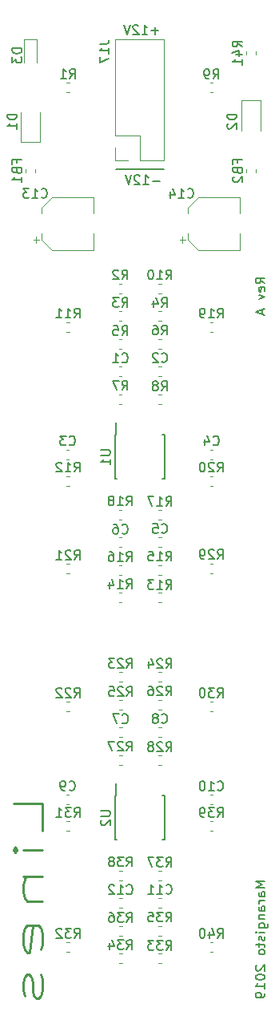
<source format=gbr>
G04 #@! TF.GenerationSoftware,KiCad,Pcbnew,5.1.4-e60b266~84~ubuntu18.04.1*
G04 #@! TF.CreationDate,2019-10-28T13:22:00+08:00*
G04 #@! TF.ProjectId,Lines,4c696e65-732e-46b6-9963-61645f706362,rev?*
G04 #@! TF.SameCoordinates,Original*
G04 #@! TF.FileFunction,Legend,Bot*
G04 #@! TF.FilePolarity,Positive*
%FSLAX46Y46*%
G04 Gerber Fmt 4.6, Leading zero omitted, Abs format (unit mm)*
G04 Created by KiCad (PCBNEW 5.1.4-e60b266~84~ubuntu18.04.1) date 2019-10-28 13:22:00*
%MOMM*%
%LPD*%
G04 APERTURE LIST*
%ADD10C,0.150000*%
%ADD11C,0.250000*%
%ADD12C,0.200000*%
%ADD13C,0.120000*%
G04 APERTURE END LIST*
D10*
X140279380Y-76922476D02*
X139803190Y-76589142D01*
X140279380Y-76351047D02*
X139279380Y-76351047D01*
X139279380Y-76732000D01*
X139327000Y-76827238D01*
X139374619Y-76874857D01*
X139469857Y-76922476D01*
X139612714Y-76922476D01*
X139707952Y-76874857D01*
X139755571Y-76827238D01*
X139803190Y-76732000D01*
X139803190Y-76351047D01*
X140231761Y-77732000D02*
X140279380Y-77636761D01*
X140279380Y-77446285D01*
X140231761Y-77351047D01*
X140136523Y-77303428D01*
X139755571Y-77303428D01*
X139660333Y-77351047D01*
X139612714Y-77446285D01*
X139612714Y-77636761D01*
X139660333Y-77732000D01*
X139755571Y-77779619D01*
X139850809Y-77779619D01*
X139946047Y-77303428D01*
X139612714Y-78112952D02*
X140279380Y-78351047D01*
X139612714Y-78589142D01*
X139993666Y-79684380D02*
X139993666Y-80160571D01*
X140279380Y-79589142D02*
X139279380Y-79922476D01*
X140279380Y-80255809D01*
X140279380Y-140057952D02*
X139279380Y-140057952D01*
X139993666Y-140391285D01*
X139279380Y-140724619D01*
X140279380Y-140724619D01*
X140279380Y-141629380D02*
X139755571Y-141629380D01*
X139660333Y-141581761D01*
X139612714Y-141486523D01*
X139612714Y-141296047D01*
X139660333Y-141200809D01*
X140231761Y-141629380D02*
X140279380Y-141534142D01*
X140279380Y-141296047D01*
X140231761Y-141200809D01*
X140136523Y-141153190D01*
X140041285Y-141153190D01*
X139946047Y-141200809D01*
X139898428Y-141296047D01*
X139898428Y-141534142D01*
X139850809Y-141629380D01*
X140279380Y-142105571D02*
X139612714Y-142105571D01*
X139803190Y-142105571D02*
X139707952Y-142153190D01*
X139660333Y-142200809D01*
X139612714Y-142296047D01*
X139612714Y-142391285D01*
X140279380Y-143153190D02*
X139755571Y-143153190D01*
X139660333Y-143105571D01*
X139612714Y-143010333D01*
X139612714Y-142819857D01*
X139660333Y-142724619D01*
X140231761Y-143153190D02*
X140279380Y-143057952D01*
X140279380Y-142819857D01*
X140231761Y-142724619D01*
X140136523Y-142677000D01*
X140041285Y-142677000D01*
X139946047Y-142724619D01*
X139898428Y-142819857D01*
X139898428Y-143057952D01*
X139850809Y-143153190D01*
X139612714Y-143629380D02*
X140279380Y-143629380D01*
X139707952Y-143629380D02*
X139660333Y-143677000D01*
X139612714Y-143772238D01*
X139612714Y-143915095D01*
X139660333Y-144010333D01*
X139755571Y-144057952D01*
X140279380Y-144057952D01*
X139612714Y-144962714D02*
X140422238Y-144962714D01*
X140517476Y-144915095D01*
X140565095Y-144867476D01*
X140612714Y-144772238D01*
X140612714Y-144629380D01*
X140565095Y-144534142D01*
X140231761Y-144962714D02*
X140279380Y-144867476D01*
X140279380Y-144677000D01*
X140231761Y-144581761D01*
X140184142Y-144534142D01*
X140088904Y-144486523D01*
X139803190Y-144486523D01*
X139707952Y-144534142D01*
X139660333Y-144581761D01*
X139612714Y-144677000D01*
X139612714Y-144867476D01*
X139660333Y-144962714D01*
X140279380Y-145438904D02*
X139612714Y-145438904D01*
X139279380Y-145438904D02*
X139327000Y-145391285D01*
X139374619Y-145438904D01*
X139327000Y-145486523D01*
X139279380Y-145438904D01*
X139374619Y-145438904D01*
X140231761Y-145867476D02*
X140279380Y-145962714D01*
X140279380Y-146153190D01*
X140231761Y-146248428D01*
X140136523Y-146296047D01*
X140088904Y-146296047D01*
X139993666Y-146248428D01*
X139946047Y-146153190D01*
X139946047Y-146010333D01*
X139898428Y-145915095D01*
X139803190Y-145867476D01*
X139755571Y-145867476D01*
X139660333Y-145915095D01*
X139612714Y-146010333D01*
X139612714Y-146153190D01*
X139660333Y-146248428D01*
X139612714Y-146581761D02*
X139612714Y-146962714D01*
X139279380Y-146724619D02*
X140136523Y-146724619D01*
X140231761Y-146772238D01*
X140279380Y-146867476D01*
X140279380Y-146962714D01*
X140279380Y-147438904D02*
X140231761Y-147343666D01*
X140184142Y-147296047D01*
X140088904Y-147248428D01*
X139803190Y-147248428D01*
X139707952Y-147296047D01*
X139660333Y-147343666D01*
X139612714Y-147438904D01*
X139612714Y-147581761D01*
X139660333Y-147677000D01*
X139707952Y-147724619D01*
X139803190Y-147772238D01*
X140088904Y-147772238D01*
X140184142Y-147724619D01*
X140231761Y-147677000D01*
X140279380Y-147581761D01*
X140279380Y-147438904D01*
X139374619Y-148915095D02*
X139327000Y-148962714D01*
X139279380Y-149057952D01*
X139279380Y-149296047D01*
X139327000Y-149391285D01*
X139374619Y-149438904D01*
X139469857Y-149486523D01*
X139565095Y-149486523D01*
X139707952Y-149438904D01*
X140279380Y-148867476D01*
X140279380Y-149486523D01*
X139279380Y-150105571D02*
X139279380Y-150200809D01*
X139327000Y-150296047D01*
X139374619Y-150343666D01*
X139469857Y-150391285D01*
X139660333Y-150438904D01*
X139898428Y-150438904D01*
X140088904Y-150391285D01*
X140184142Y-150343666D01*
X140231761Y-150296047D01*
X140279380Y-150200809D01*
X140279380Y-150105571D01*
X140231761Y-150010333D01*
X140184142Y-149962714D01*
X140088904Y-149915095D01*
X139898428Y-149867476D01*
X139660333Y-149867476D01*
X139469857Y-149915095D01*
X139374619Y-149962714D01*
X139327000Y-150010333D01*
X139279380Y-150105571D01*
X140279380Y-151391285D02*
X140279380Y-150819857D01*
X140279380Y-151105571D02*
X139279380Y-151105571D01*
X139422238Y-151010333D01*
X139517476Y-150915095D01*
X139565095Y-150819857D01*
X140279380Y-151867476D02*
X140279380Y-152057952D01*
X140231761Y-152153190D01*
X140184142Y-152200809D01*
X140041285Y-152296047D01*
X139850809Y-152343666D01*
X139469857Y-152343666D01*
X139374619Y-152296047D01*
X139327000Y-152248428D01*
X139279380Y-152153190D01*
X139279380Y-151962714D01*
X139327000Y-151867476D01*
X139374619Y-151819857D01*
X139469857Y-151772238D01*
X139707952Y-151772238D01*
X139803190Y-151819857D01*
X139850809Y-151867476D01*
X139898428Y-151962714D01*
X139898428Y-152153190D01*
X139850809Y-152248428D01*
X139803190Y-152296047D01*
X139707952Y-152343666D01*
D11*
X116673142Y-134700285D02*
X116673142Y-131843142D01*
X113673142Y-131843142D01*
X116673142Y-136700285D02*
X114673142Y-136700285D01*
X113673142Y-136700285D02*
X113816000Y-136414571D01*
X113958857Y-136700285D01*
X113816000Y-136986000D01*
X113673142Y-136700285D01*
X113958857Y-136700285D01*
X114673142Y-139557428D02*
X116673142Y-139557428D01*
X114958857Y-139557428D02*
X114816000Y-139843142D01*
X114673142Y-140414571D01*
X114673142Y-141271714D01*
X114816000Y-141843142D01*
X115101714Y-142128857D01*
X116673142Y-142128857D01*
X116530285Y-147271714D02*
X116673142Y-146700285D01*
X116673142Y-145557428D01*
X116530285Y-144986000D01*
X116244571Y-144700285D01*
X115101714Y-144700285D01*
X114816000Y-144986000D01*
X114673142Y-145557428D01*
X114673142Y-146700285D01*
X114816000Y-147271714D01*
X115101714Y-147557428D01*
X115387428Y-147557428D01*
X115673142Y-144700285D01*
X116530285Y-149843142D02*
X116673142Y-150414571D01*
X116673142Y-151557428D01*
X116530285Y-152128857D01*
X116244571Y-152414571D01*
X116101714Y-152414571D01*
X115816000Y-152128857D01*
X115673142Y-151557428D01*
X115673142Y-150700285D01*
X115530285Y-150128857D01*
X115244571Y-149843142D01*
X115101714Y-149843142D01*
X114816000Y-150128857D01*
X114673142Y-150700285D01*
X114673142Y-151557428D01*
X114816000Y-152128857D01*
D10*
X129015904Y-50236428D02*
X128254000Y-50236428D01*
X128634952Y-50617380D02*
X128634952Y-49855476D01*
X127254000Y-50617380D02*
X127825428Y-50617380D01*
X127539714Y-50617380D02*
X127539714Y-49617380D01*
X127634952Y-49760238D01*
X127730190Y-49855476D01*
X127825428Y-49903095D01*
X126873047Y-49712619D02*
X126825428Y-49665000D01*
X126730190Y-49617380D01*
X126492095Y-49617380D01*
X126396857Y-49665000D01*
X126349238Y-49712619D01*
X126301619Y-49807857D01*
X126301619Y-49903095D01*
X126349238Y-50045952D01*
X126920666Y-50617380D01*
X126301619Y-50617380D01*
X126015904Y-49617380D02*
X125682571Y-50617380D01*
X125349238Y-49617380D01*
X129142904Y-66111428D02*
X128381000Y-66111428D01*
X127381000Y-66492380D02*
X127952428Y-66492380D01*
X127666714Y-66492380D02*
X127666714Y-65492380D01*
X127761952Y-65635238D01*
X127857190Y-65730476D01*
X127952428Y-65778095D01*
X127000047Y-65587619D02*
X126952428Y-65540000D01*
X126857190Y-65492380D01*
X126619095Y-65492380D01*
X126523857Y-65540000D01*
X126476238Y-65587619D01*
X126428619Y-65682857D01*
X126428619Y-65778095D01*
X126476238Y-65920952D01*
X127047666Y-66492380D01*
X126428619Y-66492380D01*
X126142904Y-65492380D02*
X125809571Y-66492380D01*
X125476238Y-65492380D01*
D12*
X129540000Y-64897000D02*
X124460000Y-64897000D01*
D13*
X124400000Y-63941000D02*
X125730000Y-63941000D01*
X124400000Y-62611000D02*
X124400000Y-63941000D01*
X127000000Y-63941000D02*
X129600000Y-63941000D01*
X127000000Y-61341000D02*
X127000000Y-63941000D01*
X124400000Y-61341000D02*
X127000000Y-61341000D01*
X129600000Y-63941000D02*
X129600000Y-51121000D01*
X124400000Y-61341000D02*
X124400000Y-51121000D01*
X124400000Y-51121000D02*
X129600000Y-51121000D01*
D10*
X124500000Y-131025000D02*
X124500000Y-129675000D01*
X129625000Y-131025000D02*
X129625000Y-135675000D01*
X124375000Y-131025000D02*
X124375000Y-135675000D01*
X129625000Y-131025000D02*
X129400000Y-131025000D01*
X129625000Y-135675000D02*
X129400000Y-135675000D01*
X124375000Y-135675000D02*
X124600000Y-135675000D01*
X124375000Y-131025000D02*
X124500000Y-131025000D01*
X124500000Y-92925000D02*
X124500000Y-91575000D01*
X129625000Y-92925000D02*
X129625000Y-97575000D01*
X124375000Y-92925000D02*
X124375000Y-97575000D01*
X129625000Y-92925000D02*
X129400000Y-92925000D01*
X129625000Y-97575000D02*
X129400000Y-97575000D01*
X124375000Y-97575000D02*
X124600000Y-97575000D01*
X124375000Y-92925000D02*
X124500000Y-92925000D01*
D13*
X139321000Y-52415221D02*
X139321000Y-52740779D01*
X138301000Y-52415221D02*
X138301000Y-52740779D01*
X134782779Y-147512000D02*
X134457221Y-147512000D01*
X134782779Y-146492000D02*
X134457221Y-146492000D01*
X134782779Y-134749000D02*
X134457221Y-134749000D01*
X134782779Y-133729000D02*
X134457221Y-133729000D01*
X125156779Y-139956000D02*
X124831221Y-139956000D01*
X125156779Y-138936000D02*
X124831221Y-138936000D01*
X128996221Y-138936000D02*
X129321779Y-138936000D01*
X128996221Y-139956000D02*
X129321779Y-139956000D01*
X124831221Y-144778000D02*
X125156779Y-144778000D01*
X124831221Y-145798000D02*
X125156779Y-145798000D01*
X129321779Y-145798000D02*
X128996221Y-145798000D01*
X129321779Y-144778000D02*
X128996221Y-144778000D01*
X125156779Y-148719000D02*
X124831221Y-148719000D01*
X125156779Y-147699000D02*
X124831221Y-147699000D01*
X128996221Y-147699000D02*
X129321779Y-147699000D01*
X128996221Y-148719000D02*
X129321779Y-148719000D01*
X119606779Y-147512000D02*
X119281221Y-147512000D01*
X119606779Y-146492000D02*
X119281221Y-146492000D01*
X119606779Y-134749000D02*
X119281221Y-134749000D01*
X119606779Y-133729000D02*
X119281221Y-133729000D01*
X134782779Y-122112000D02*
X134457221Y-122112000D01*
X134782779Y-121092000D02*
X134457221Y-121092000D01*
X134782779Y-107508000D02*
X134457221Y-107508000D01*
X134782779Y-106488000D02*
X134457221Y-106488000D01*
X128996221Y-126744000D02*
X129321779Y-126744000D01*
X128996221Y-127764000D02*
X129321779Y-127764000D01*
X125156779Y-127764000D02*
X124831221Y-127764000D01*
X125156779Y-126744000D02*
X124831221Y-126744000D01*
X129321779Y-121922000D02*
X128996221Y-121922000D01*
X129321779Y-120902000D02*
X128996221Y-120902000D01*
X124831221Y-120902000D02*
X125156779Y-120902000D01*
X124831221Y-121922000D02*
X125156779Y-121922000D01*
X128996221Y-117981000D02*
X129321779Y-117981000D01*
X128996221Y-119001000D02*
X129321779Y-119001000D01*
X125156779Y-119001000D02*
X124831221Y-119001000D01*
X125156779Y-117981000D02*
X124831221Y-117981000D01*
X119606779Y-122112000D02*
X119281221Y-122112000D01*
X119606779Y-121092000D02*
X119281221Y-121092000D01*
X119281221Y-106488000D02*
X119606779Y-106488000D01*
X119281221Y-107508000D02*
X119606779Y-107508000D01*
X134782779Y-98300000D02*
X134457221Y-98300000D01*
X134782779Y-97280000D02*
X134457221Y-97280000D01*
X134782779Y-82044000D02*
X134457221Y-82044000D01*
X134782779Y-81024000D02*
X134457221Y-81024000D01*
X125130779Y-101856000D02*
X124805221Y-101856000D01*
X125130779Y-100836000D02*
X124805221Y-100836000D01*
X128996221Y-100836000D02*
X129321779Y-100836000D01*
X128996221Y-101856000D02*
X129321779Y-101856000D01*
X124805221Y-106678000D02*
X125130779Y-106678000D01*
X124805221Y-107698000D02*
X125130779Y-107698000D01*
X129321779Y-107698000D02*
X128996221Y-107698000D01*
X129321779Y-106678000D02*
X128996221Y-106678000D01*
X125130779Y-110619000D02*
X124805221Y-110619000D01*
X125130779Y-109599000D02*
X124805221Y-109599000D01*
X128996221Y-109599000D02*
X129321779Y-109599000D01*
X128996221Y-110619000D02*
X129321779Y-110619000D01*
X119606779Y-98300000D02*
X119281221Y-98300000D01*
X119606779Y-97280000D02*
X119281221Y-97280000D01*
X119606779Y-82044000D02*
X119281221Y-82044000D01*
X119606779Y-81024000D02*
X119281221Y-81024000D01*
X129321779Y-77980000D02*
X128996221Y-77980000D01*
X129321779Y-76960000D02*
X128996221Y-76960000D01*
X134457221Y-55751000D02*
X134782779Y-55751000D01*
X134457221Y-56771000D02*
X134782779Y-56771000D01*
X128996221Y-88644000D02*
X129321779Y-88644000D01*
X128996221Y-89664000D02*
X129321779Y-89664000D01*
X125130779Y-89664000D02*
X124805221Y-89664000D01*
X125130779Y-88644000D02*
X124805221Y-88644000D01*
X129321779Y-83822000D02*
X128996221Y-83822000D01*
X129321779Y-82802000D02*
X128996221Y-82802000D01*
X124805221Y-82802000D02*
X125130779Y-82802000D01*
X124805221Y-83822000D02*
X125130779Y-83822000D01*
X128996221Y-79881000D02*
X129321779Y-79881000D01*
X128996221Y-80901000D02*
X129321779Y-80901000D01*
X125130779Y-80901000D02*
X124805221Y-80901000D01*
X125130779Y-79881000D02*
X124805221Y-79881000D01*
X125130779Y-77980000D02*
X124805221Y-77980000D01*
X125130779Y-76960000D02*
X124805221Y-76960000D01*
X119606779Y-56771000D02*
X119281221Y-56771000D01*
X119606779Y-55751000D02*
X119281221Y-55751000D01*
X138301000Y-65186779D02*
X138301000Y-64861221D01*
X139321000Y-65186779D02*
X139321000Y-64861221D01*
X114933000Y-65186779D02*
X114933000Y-64861221D01*
X115953000Y-65186779D02*
X115953000Y-64861221D01*
X116128000Y-51147000D02*
X116128000Y-53632000D01*
X114758000Y-51147000D02*
X116128000Y-51147000D01*
X114758000Y-53632000D02*
X114758000Y-51147000D01*
X139811000Y-57617000D02*
X137811000Y-57617000D01*
X139811000Y-57617000D02*
X139811000Y-60817000D01*
X137811000Y-60817000D02*
X137811000Y-57617000D01*
X114443000Y-62017000D02*
X116443000Y-62017000D01*
X114443000Y-62017000D02*
X114443000Y-58817000D01*
X116443000Y-58817000D02*
X116443000Y-62017000D01*
X131561500Y-72609500D02*
X131561500Y-71984500D01*
X131249000Y-72297000D02*
X131874000Y-72297000D01*
X132114000Y-68916437D02*
X133178437Y-67852000D01*
X132114000Y-72307563D02*
X133178437Y-73372000D01*
X132114000Y-72307563D02*
X132114000Y-71672000D01*
X132114000Y-68916437D02*
X132114000Y-69552000D01*
X133178437Y-67852000D02*
X137634000Y-67852000D01*
X133178437Y-73372000D02*
X137634000Y-73372000D01*
X137634000Y-73372000D02*
X137634000Y-71672000D01*
X137634000Y-67852000D02*
X137634000Y-69552000D01*
X116067500Y-72609500D02*
X116067500Y-71984500D01*
X115755000Y-72297000D02*
X116380000Y-72297000D01*
X116620000Y-68916437D02*
X117684437Y-67852000D01*
X116620000Y-72307563D02*
X117684437Y-73372000D01*
X116620000Y-72307563D02*
X116620000Y-71672000D01*
X116620000Y-68916437D02*
X116620000Y-69552000D01*
X117684437Y-67852000D02*
X122140000Y-67852000D01*
X117684437Y-73372000D02*
X122140000Y-73372000D01*
X122140000Y-73372000D02*
X122140000Y-71672000D01*
X122140000Y-67852000D02*
X122140000Y-69552000D01*
X124831221Y-141857000D02*
X125156779Y-141857000D01*
X124831221Y-142877000D02*
X125156779Y-142877000D01*
X129321779Y-142877000D02*
X128996221Y-142877000D01*
X129321779Y-141857000D02*
X128996221Y-141857000D01*
X134782779Y-131955000D02*
X134457221Y-131955000D01*
X134782779Y-130935000D02*
X134457221Y-130935000D01*
X119542779Y-131955000D02*
X119217221Y-131955000D01*
X119542779Y-130935000D02*
X119217221Y-130935000D01*
X129321779Y-124843000D02*
X128996221Y-124843000D01*
X129321779Y-123823000D02*
X128996221Y-123823000D01*
X124831221Y-123823000D02*
X125156779Y-123823000D01*
X124831221Y-124843000D02*
X125156779Y-124843000D01*
X124805221Y-103757000D02*
X125130779Y-103757000D01*
X124805221Y-104777000D02*
X125130779Y-104777000D01*
X129321779Y-104777000D02*
X128996221Y-104777000D01*
X129321779Y-103757000D02*
X128996221Y-103757000D01*
X134782779Y-95506000D02*
X134457221Y-95506000D01*
X134782779Y-94486000D02*
X134457221Y-94486000D01*
X119542779Y-95506000D02*
X119217221Y-95506000D01*
X119542779Y-94486000D02*
X119217221Y-94486000D01*
X129321779Y-86743000D02*
X128996221Y-86743000D01*
X129321779Y-85723000D02*
X128996221Y-85723000D01*
X124805221Y-85723000D02*
X125130779Y-85723000D01*
X124805221Y-86743000D02*
X125130779Y-86743000D01*
D10*
X122769380Y-51641476D02*
X123483666Y-51641476D01*
X123626523Y-51593857D01*
X123721761Y-51498619D01*
X123769380Y-51355761D01*
X123769380Y-51260523D01*
X123769380Y-52641476D02*
X123769380Y-52070047D01*
X123769380Y-52355761D02*
X122769380Y-52355761D01*
X122912238Y-52260523D01*
X123007476Y-52165285D01*
X123055095Y-52070047D01*
X122769380Y-52974809D02*
X122769380Y-53641476D01*
X123769380Y-53212904D01*
X122902380Y-132588095D02*
X123711904Y-132588095D01*
X123807142Y-132635714D01*
X123854761Y-132683333D01*
X123902380Y-132778571D01*
X123902380Y-132969047D01*
X123854761Y-133064285D01*
X123807142Y-133111904D01*
X123711904Y-133159523D01*
X122902380Y-133159523D01*
X122997619Y-133588095D02*
X122950000Y-133635714D01*
X122902380Y-133730952D01*
X122902380Y-133969047D01*
X122950000Y-134064285D01*
X122997619Y-134111904D01*
X123092857Y-134159523D01*
X123188095Y-134159523D01*
X123330952Y-134111904D01*
X123902380Y-133540476D01*
X123902380Y-134159523D01*
X122902380Y-94488095D02*
X123711904Y-94488095D01*
X123807142Y-94535714D01*
X123854761Y-94583333D01*
X123902380Y-94678571D01*
X123902380Y-94869047D01*
X123854761Y-94964285D01*
X123807142Y-95011904D01*
X123711904Y-95059523D01*
X122902380Y-95059523D01*
X123902380Y-96059523D02*
X123902380Y-95488095D01*
X123902380Y-95773809D02*
X122902380Y-95773809D01*
X123045238Y-95678571D01*
X123140476Y-95583333D01*
X123188095Y-95488095D01*
X137833380Y-51935142D02*
X137357190Y-51601809D01*
X137833380Y-51363714D02*
X136833380Y-51363714D01*
X136833380Y-51744666D01*
X136881000Y-51839904D01*
X136928619Y-51887523D01*
X137023857Y-51935142D01*
X137166714Y-51935142D01*
X137261952Y-51887523D01*
X137309571Y-51839904D01*
X137357190Y-51744666D01*
X137357190Y-51363714D01*
X137166714Y-52792285D02*
X137833380Y-52792285D01*
X136785761Y-52554190D02*
X137500047Y-52316095D01*
X137500047Y-52935142D01*
X137833380Y-53839904D02*
X137833380Y-53268476D01*
X137833380Y-53554190D02*
X136833380Y-53554190D01*
X136976238Y-53458952D01*
X137071476Y-53363714D01*
X137119095Y-53268476D01*
X135262857Y-146024380D02*
X135596190Y-145548190D01*
X135834285Y-146024380D02*
X135834285Y-145024380D01*
X135453333Y-145024380D01*
X135358095Y-145072000D01*
X135310476Y-145119619D01*
X135262857Y-145214857D01*
X135262857Y-145357714D01*
X135310476Y-145452952D01*
X135358095Y-145500571D01*
X135453333Y-145548190D01*
X135834285Y-145548190D01*
X134405714Y-145357714D02*
X134405714Y-146024380D01*
X134643809Y-144976761D02*
X134881904Y-145691047D01*
X134262857Y-145691047D01*
X133691428Y-145024380D02*
X133596190Y-145024380D01*
X133500952Y-145072000D01*
X133453333Y-145119619D01*
X133405714Y-145214857D01*
X133358095Y-145405333D01*
X133358095Y-145643428D01*
X133405714Y-145833904D01*
X133453333Y-145929142D01*
X133500952Y-145976761D01*
X133596190Y-146024380D01*
X133691428Y-146024380D01*
X133786666Y-145976761D01*
X133834285Y-145929142D01*
X133881904Y-145833904D01*
X133929523Y-145643428D01*
X133929523Y-145405333D01*
X133881904Y-145214857D01*
X133834285Y-145119619D01*
X133786666Y-145072000D01*
X133691428Y-145024380D01*
X135262857Y-133261380D02*
X135596190Y-132785190D01*
X135834285Y-133261380D02*
X135834285Y-132261380D01*
X135453333Y-132261380D01*
X135358095Y-132309000D01*
X135310476Y-132356619D01*
X135262857Y-132451857D01*
X135262857Y-132594714D01*
X135310476Y-132689952D01*
X135358095Y-132737571D01*
X135453333Y-132785190D01*
X135834285Y-132785190D01*
X134929523Y-132261380D02*
X134310476Y-132261380D01*
X134643809Y-132642333D01*
X134500952Y-132642333D01*
X134405714Y-132689952D01*
X134358095Y-132737571D01*
X134310476Y-132832809D01*
X134310476Y-133070904D01*
X134358095Y-133166142D01*
X134405714Y-133213761D01*
X134500952Y-133261380D01*
X134786666Y-133261380D01*
X134881904Y-133213761D01*
X134929523Y-133166142D01*
X133834285Y-133261380D02*
X133643809Y-133261380D01*
X133548571Y-133213761D01*
X133500952Y-133166142D01*
X133405714Y-133023285D01*
X133358095Y-132832809D01*
X133358095Y-132451857D01*
X133405714Y-132356619D01*
X133453333Y-132309000D01*
X133548571Y-132261380D01*
X133739047Y-132261380D01*
X133834285Y-132309000D01*
X133881904Y-132356619D01*
X133929523Y-132451857D01*
X133929523Y-132689952D01*
X133881904Y-132785190D01*
X133834285Y-132832809D01*
X133739047Y-132880428D01*
X133548571Y-132880428D01*
X133453333Y-132832809D01*
X133405714Y-132785190D01*
X133358095Y-132689952D01*
X125636857Y-138468380D02*
X125970190Y-137992190D01*
X126208285Y-138468380D02*
X126208285Y-137468380D01*
X125827333Y-137468380D01*
X125732095Y-137516000D01*
X125684476Y-137563619D01*
X125636857Y-137658857D01*
X125636857Y-137801714D01*
X125684476Y-137896952D01*
X125732095Y-137944571D01*
X125827333Y-137992190D01*
X126208285Y-137992190D01*
X125303523Y-137468380D02*
X124684476Y-137468380D01*
X125017809Y-137849333D01*
X124874952Y-137849333D01*
X124779714Y-137896952D01*
X124732095Y-137944571D01*
X124684476Y-138039809D01*
X124684476Y-138277904D01*
X124732095Y-138373142D01*
X124779714Y-138420761D01*
X124874952Y-138468380D01*
X125160666Y-138468380D01*
X125255904Y-138420761D01*
X125303523Y-138373142D01*
X124113047Y-137896952D02*
X124208285Y-137849333D01*
X124255904Y-137801714D01*
X124303523Y-137706476D01*
X124303523Y-137658857D01*
X124255904Y-137563619D01*
X124208285Y-137516000D01*
X124113047Y-137468380D01*
X123922571Y-137468380D01*
X123827333Y-137516000D01*
X123779714Y-137563619D01*
X123732095Y-137658857D01*
X123732095Y-137706476D01*
X123779714Y-137801714D01*
X123827333Y-137849333D01*
X123922571Y-137896952D01*
X124113047Y-137896952D01*
X124208285Y-137944571D01*
X124255904Y-137992190D01*
X124303523Y-138087428D01*
X124303523Y-138277904D01*
X124255904Y-138373142D01*
X124208285Y-138420761D01*
X124113047Y-138468380D01*
X123922571Y-138468380D01*
X123827333Y-138420761D01*
X123779714Y-138373142D01*
X123732095Y-138277904D01*
X123732095Y-138087428D01*
X123779714Y-137992190D01*
X123827333Y-137944571D01*
X123922571Y-137896952D01*
X129801857Y-138501380D02*
X130135190Y-138025190D01*
X130373285Y-138501380D02*
X130373285Y-137501380D01*
X129992333Y-137501380D01*
X129897095Y-137549000D01*
X129849476Y-137596619D01*
X129801857Y-137691857D01*
X129801857Y-137834714D01*
X129849476Y-137929952D01*
X129897095Y-137977571D01*
X129992333Y-138025190D01*
X130373285Y-138025190D01*
X129468523Y-137501380D02*
X128849476Y-137501380D01*
X129182809Y-137882333D01*
X129039952Y-137882333D01*
X128944714Y-137929952D01*
X128897095Y-137977571D01*
X128849476Y-138072809D01*
X128849476Y-138310904D01*
X128897095Y-138406142D01*
X128944714Y-138453761D01*
X129039952Y-138501380D01*
X129325666Y-138501380D01*
X129420904Y-138453761D01*
X129468523Y-138406142D01*
X128516142Y-137501380D02*
X127849476Y-137501380D01*
X128278047Y-138501380D01*
X125636857Y-144343380D02*
X125970190Y-143867190D01*
X126208285Y-144343380D02*
X126208285Y-143343380D01*
X125827333Y-143343380D01*
X125732095Y-143391000D01*
X125684476Y-143438619D01*
X125636857Y-143533857D01*
X125636857Y-143676714D01*
X125684476Y-143771952D01*
X125732095Y-143819571D01*
X125827333Y-143867190D01*
X126208285Y-143867190D01*
X125303523Y-143343380D02*
X124684476Y-143343380D01*
X125017809Y-143724333D01*
X124874952Y-143724333D01*
X124779714Y-143771952D01*
X124732095Y-143819571D01*
X124684476Y-143914809D01*
X124684476Y-144152904D01*
X124732095Y-144248142D01*
X124779714Y-144295761D01*
X124874952Y-144343380D01*
X125160666Y-144343380D01*
X125255904Y-144295761D01*
X125303523Y-144248142D01*
X123827333Y-143343380D02*
X124017809Y-143343380D01*
X124113047Y-143391000D01*
X124160666Y-143438619D01*
X124255904Y-143581476D01*
X124303523Y-143771952D01*
X124303523Y-144152904D01*
X124255904Y-144248142D01*
X124208285Y-144295761D01*
X124113047Y-144343380D01*
X123922571Y-144343380D01*
X123827333Y-144295761D01*
X123779714Y-144248142D01*
X123732095Y-144152904D01*
X123732095Y-143914809D01*
X123779714Y-143819571D01*
X123827333Y-143771952D01*
X123922571Y-143724333D01*
X124113047Y-143724333D01*
X124208285Y-143771952D01*
X124255904Y-143819571D01*
X124303523Y-143914809D01*
X129801857Y-144310380D02*
X130135190Y-143834190D01*
X130373285Y-144310380D02*
X130373285Y-143310380D01*
X129992333Y-143310380D01*
X129897095Y-143358000D01*
X129849476Y-143405619D01*
X129801857Y-143500857D01*
X129801857Y-143643714D01*
X129849476Y-143738952D01*
X129897095Y-143786571D01*
X129992333Y-143834190D01*
X130373285Y-143834190D01*
X129468523Y-143310380D02*
X128849476Y-143310380D01*
X129182809Y-143691333D01*
X129039952Y-143691333D01*
X128944714Y-143738952D01*
X128897095Y-143786571D01*
X128849476Y-143881809D01*
X128849476Y-144119904D01*
X128897095Y-144215142D01*
X128944714Y-144262761D01*
X129039952Y-144310380D01*
X129325666Y-144310380D01*
X129420904Y-144262761D01*
X129468523Y-144215142D01*
X127944714Y-143310380D02*
X128420904Y-143310380D01*
X128468523Y-143786571D01*
X128420904Y-143738952D01*
X128325666Y-143691333D01*
X128087571Y-143691333D01*
X127992333Y-143738952D01*
X127944714Y-143786571D01*
X127897095Y-143881809D01*
X127897095Y-144119904D01*
X127944714Y-144215142D01*
X127992333Y-144262761D01*
X128087571Y-144310380D01*
X128325666Y-144310380D01*
X128420904Y-144262761D01*
X128468523Y-144215142D01*
X125636857Y-147231380D02*
X125970190Y-146755190D01*
X126208285Y-147231380D02*
X126208285Y-146231380D01*
X125827333Y-146231380D01*
X125732095Y-146279000D01*
X125684476Y-146326619D01*
X125636857Y-146421857D01*
X125636857Y-146564714D01*
X125684476Y-146659952D01*
X125732095Y-146707571D01*
X125827333Y-146755190D01*
X126208285Y-146755190D01*
X125303523Y-146231380D02*
X124684476Y-146231380D01*
X125017809Y-146612333D01*
X124874952Y-146612333D01*
X124779714Y-146659952D01*
X124732095Y-146707571D01*
X124684476Y-146802809D01*
X124684476Y-147040904D01*
X124732095Y-147136142D01*
X124779714Y-147183761D01*
X124874952Y-147231380D01*
X125160666Y-147231380D01*
X125255904Y-147183761D01*
X125303523Y-147136142D01*
X123827333Y-146564714D02*
X123827333Y-147231380D01*
X124065428Y-146183761D02*
X124303523Y-146898047D01*
X123684476Y-146898047D01*
X129801857Y-147297380D02*
X130135190Y-146821190D01*
X130373285Y-147297380D02*
X130373285Y-146297380D01*
X129992333Y-146297380D01*
X129897095Y-146345000D01*
X129849476Y-146392619D01*
X129801857Y-146487857D01*
X129801857Y-146630714D01*
X129849476Y-146725952D01*
X129897095Y-146773571D01*
X129992333Y-146821190D01*
X130373285Y-146821190D01*
X129468523Y-146297380D02*
X128849476Y-146297380D01*
X129182809Y-146678333D01*
X129039952Y-146678333D01*
X128944714Y-146725952D01*
X128897095Y-146773571D01*
X128849476Y-146868809D01*
X128849476Y-147106904D01*
X128897095Y-147202142D01*
X128944714Y-147249761D01*
X129039952Y-147297380D01*
X129325666Y-147297380D01*
X129420904Y-147249761D01*
X129468523Y-147202142D01*
X128516142Y-146297380D02*
X127897095Y-146297380D01*
X128230428Y-146678333D01*
X128087571Y-146678333D01*
X127992333Y-146725952D01*
X127944714Y-146773571D01*
X127897095Y-146868809D01*
X127897095Y-147106904D01*
X127944714Y-147202142D01*
X127992333Y-147249761D01*
X128087571Y-147297380D01*
X128373285Y-147297380D01*
X128468523Y-147249761D01*
X128516142Y-147202142D01*
X120086857Y-146024380D02*
X120420190Y-145548190D01*
X120658285Y-146024380D02*
X120658285Y-145024380D01*
X120277333Y-145024380D01*
X120182095Y-145072000D01*
X120134476Y-145119619D01*
X120086857Y-145214857D01*
X120086857Y-145357714D01*
X120134476Y-145452952D01*
X120182095Y-145500571D01*
X120277333Y-145548190D01*
X120658285Y-145548190D01*
X119753523Y-145024380D02*
X119134476Y-145024380D01*
X119467809Y-145405333D01*
X119324952Y-145405333D01*
X119229714Y-145452952D01*
X119182095Y-145500571D01*
X119134476Y-145595809D01*
X119134476Y-145833904D01*
X119182095Y-145929142D01*
X119229714Y-145976761D01*
X119324952Y-146024380D01*
X119610666Y-146024380D01*
X119705904Y-145976761D01*
X119753523Y-145929142D01*
X118753523Y-145119619D02*
X118705904Y-145072000D01*
X118610666Y-145024380D01*
X118372571Y-145024380D01*
X118277333Y-145072000D01*
X118229714Y-145119619D01*
X118182095Y-145214857D01*
X118182095Y-145310095D01*
X118229714Y-145452952D01*
X118801142Y-146024380D01*
X118182095Y-146024380D01*
X120086857Y-133261380D02*
X120420190Y-132785190D01*
X120658285Y-133261380D02*
X120658285Y-132261380D01*
X120277333Y-132261380D01*
X120182095Y-132309000D01*
X120134476Y-132356619D01*
X120086857Y-132451857D01*
X120086857Y-132594714D01*
X120134476Y-132689952D01*
X120182095Y-132737571D01*
X120277333Y-132785190D01*
X120658285Y-132785190D01*
X119753523Y-132261380D02*
X119134476Y-132261380D01*
X119467809Y-132642333D01*
X119324952Y-132642333D01*
X119229714Y-132689952D01*
X119182095Y-132737571D01*
X119134476Y-132832809D01*
X119134476Y-133070904D01*
X119182095Y-133166142D01*
X119229714Y-133213761D01*
X119324952Y-133261380D01*
X119610666Y-133261380D01*
X119705904Y-133213761D01*
X119753523Y-133166142D01*
X118182095Y-133261380D02*
X118753523Y-133261380D01*
X118467809Y-133261380D02*
X118467809Y-132261380D01*
X118563047Y-132404238D01*
X118658285Y-132499476D01*
X118753523Y-132547095D01*
X135262857Y-120624380D02*
X135596190Y-120148190D01*
X135834285Y-120624380D02*
X135834285Y-119624380D01*
X135453333Y-119624380D01*
X135358095Y-119672000D01*
X135310476Y-119719619D01*
X135262857Y-119814857D01*
X135262857Y-119957714D01*
X135310476Y-120052952D01*
X135358095Y-120100571D01*
X135453333Y-120148190D01*
X135834285Y-120148190D01*
X134929523Y-119624380D02*
X134310476Y-119624380D01*
X134643809Y-120005333D01*
X134500952Y-120005333D01*
X134405714Y-120052952D01*
X134358095Y-120100571D01*
X134310476Y-120195809D01*
X134310476Y-120433904D01*
X134358095Y-120529142D01*
X134405714Y-120576761D01*
X134500952Y-120624380D01*
X134786666Y-120624380D01*
X134881904Y-120576761D01*
X134929523Y-120529142D01*
X133691428Y-119624380D02*
X133596190Y-119624380D01*
X133500952Y-119672000D01*
X133453333Y-119719619D01*
X133405714Y-119814857D01*
X133358095Y-120005333D01*
X133358095Y-120243428D01*
X133405714Y-120433904D01*
X133453333Y-120529142D01*
X133500952Y-120576761D01*
X133596190Y-120624380D01*
X133691428Y-120624380D01*
X133786666Y-120576761D01*
X133834285Y-120529142D01*
X133881904Y-120433904D01*
X133929523Y-120243428D01*
X133929523Y-120005333D01*
X133881904Y-119814857D01*
X133834285Y-119719619D01*
X133786666Y-119672000D01*
X133691428Y-119624380D01*
X135262857Y-106020380D02*
X135596190Y-105544190D01*
X135834285Y-106020380D02*
X135834285Y-105020380D01*
X135453333Y-105020380D01*
X135358095Y-105068000D01*
X135310476Y-105115619D01*
X135262857Y-105210857D01*
X135262857Y-105353714D01*
X135310476Y-105448952D01*
X135358095Y-105496571D01*
X135453333Y-105544190D01*
X135834285Y-105544190D01*
X134881904Y-105115619D02*
X134834285Y-105068000D01*
X134739047Y-105020380D01*
X134500952Y-105020380D01*
X134405714Y-105068000D01*
X134358095Y-105115619D01*
X134310476Y-105210857D01*
X134310476Y-105306095D01*
X134358095Y-105448952D01*
X134929523Y-106020380D01*
X134310476Y-106020380D01*
X133834285Y-106020380D02*
X133643809Y-106020380D01*
X133548571Y-105972761D01*
X133500952Y-105925142D01*
X133405714Y-105782285D01*
X133358095Y-105591809D01*
X133358095Y-105210857D01*
X133405714Y-105115619D01*
X133453333Y-105068000D01*
X133548571Y-105020380D01*
X133739047Y-105020380D01*
X133834285Y-105068000D01*
X133881904Y-105115619D01*
X133929523Y-105210857D01*
X133929523Y-105448952D01*
X133881904Y-105544190D01*
X133834285Y-105591809D01*
X133739047Y-105639428D01*
X133548571Y-105639428D01*
X133453333Y-105591809D01*
X133405714Y-105544190D01*
X133358095Y-105448952D01*
X129801857Y-126342380D02*
X130135190Y-125866190D01*
X130373285Y-126342380D02*
X130373285Y-125342380D01*
X129992333Y-125342380D01*
X129897095Y-125390000D01*
X129849476Y-125437619D01*
X129801857Y-125532857D01*
X129801857Y-125675714D01*
X129849476Y-125770952D01*
X129897095Y-125818571D01*
X129992333Y-125866190D01*
X130373285Y-125866190D01*
X129420904Y-125437619D02*
X129373285Y-125390000D01*
X129278047Y-125342380D01*
X129039952Y-125342380D01*
X128944714Y-125390000D01*
X128897095Y-125437619D01*
X128849476Y-125532857D01*
X128849476Y-125628095D01*
X128897095Y-125770952D01*
X129468523Y-126342380D01*
X128849476Y-126342380D01*
X128278047Y-125770952D02*
X128373285Y-125723333D01*
X128420904Y-125675714D01*
X128468523Y-125580476D01*
X128468523Y-125532857D01*
X128420904Y-125437619D01*
X128373285Y-125390000D01*
X128278047Y-125342380D01*
X128087571Y-125342380D01*
X127992333Y-125390000D01*
X127944714Y-125437619D01*
X127897095Y-125532857D01*
X127897095Y-125580476D01*
X127944714Y-125675714D01*
X127992333Y-125723333D01*
X128087571Y-125770952D01*
X128278047Y-125770952D01*
X128373285Y-125818571D01*
X128420904Y-125866190D01*
X128468523Y-125961428D01*
X128468523Y-126151904D01*
X128420904Y-126247142D01*
X128373285Y-126294761D01*
X128278047Y-126342380D01*
X128087571Y-126342380D01*
X127992333Y-126294761D01*
X127944714Y-126247142D01*
X127897095Y-126151904D01*
X127897095Y-125961428D01*
X127944714Y-125866190D01*
X127992333Y-125818571D01*
X128087571Y-125770952D01*
X125636857Y-126276380D02*
X125970190Y-125800190D01*
X126208285Y-126276380D02*
X126208285Y-125276380D01*
X125827333Y-125276380D01*
X125732095Y-125324000D01*
X125684476Y-125371619D01*
X125636857Y-125466857D01*
X125636857Y-125609714D01*
X125684476Y-125704952D01*
X125732095Y-125752571D01*
X125827333Y-125800190D01*
X126208285Y-125800190D01*
X125255904Y-125371619D02*
X125208285Y-125324000D01*
X125113047Y-125276380D01*
X124874952Y-125276380D01*
X124779714Y-125324000D01*
X124732095Y-125371619D01*
X124684476Y-125466857D01*
X124684476Y-125562095D01*
X124732095Y-125704952D01*
X125303523Y-126276380D01*
X124684476Y-126276380D01*
X124351142Y-125276380D02*
X123684476Y-125276380D01*
X124113047Y-126276380D01*
X129801857Y-120434380D02*
X130135190Y-119958190D01*
X130373285Y-120434380D02*
X130373285Y-119434380D01*
X129992333Y-119434380D01*
X129897095Y-119482000D01*
X129849476Y-119529619D01*
X129801857Y-119624857D01*
X129801857Y-119767714D01*
X129849476Y-119862952D01*
X129897095Y-119910571D01*
X129992333Y-119958190D01*
X130373285Y-119958190D01*
X129420904Y-119529619D02*
X129373285Y-119482000D01*
X129278047Y-119434380D01*
X129039952Y-119434380D01*
X128944714Y-119482000D01*
X128897095Y-119529619D01*
X128849476Y-119624857D01*
X128849476Y-119720095D01*
X128897095Y-119862952D01*
X129468523Y-120434380D01*
X128849476Y-120434380D01*
X127992333Y-119434380D02*
X128182809Y-119434380D01*
X128278047Y-119482000D01*
X128325666Y-119529619D01*
X128420904Y-119672476D01*
X128468523Y-119862952D01*
X128468523Y-120243904D01*
X128420904Y-120339142D01*
X128373285Y-120386761D01*
X128278047Y-120434380D01*
X128087571Y-120434380D01*
X127992333Y-120386761D01*
X127944714Y-120339142D01*
X127897095Y-120243904D01*
X127897095Y-120005809D01*
X127944714Y-119910571D01*
X127992333Y-119862952D01*
X128087571Y-119815333D01*
X128278047Y-119815333D01*
X128373285Y-119862952D01*
X128420904Y-119910571D01*
X128468523Y-120005809D01*
X125636857Y-120500380D02*
X125970190Y-120024190D01*
X126208285Y-120500380D02*
X126208285Y-119500380D01*
X125827333Y-119500380D01*
X125732095Y-119548000D01*
X125684476Y-119595619D01*
X125636857Y-119690857D01*
X125636857Y-119833714D01*
X125684476Y-119928952D01*
X125732095Y-119976571D01*
X125827333Y-120024190D01*
X126208285Y-120024190D01*
X125255904Y-119595619D02*
X125208285Y-119548000D01*
X125113047Y-119500380D01*
X124874952Y-119500380D01*
X124779714Y-119548000D01*
X124732095Y-119595619D01*
X124684476Y-119690857D01*
X124684476Y-119786095D01*
X124732095Y-119928952D01*
X125303523Y-120500380D01*
X124684476Y-120500380D01*
X123779714Y-119500380D02*
X124255904Y-119500380D01*
X124303523Y-119976571D01*
X124255904Y-119928952D01*
X124160666Y-119881333D01*
X123922571Y-119881333D01*
X123827333Y-119928952D01*
X123779714Y-119976571D01*
X123732095Y-120071809D01*
X123732095Y-120309904D01*
X123779714Y-120405142D01*
X123827333Y-120452761D01*
X123922571Y-120500380D01*
X124160666Y-120500380D01*
X124255904Y-120452761D01*
X124303523Y-120405142D01*
X129801857Y-117546380D02*
X130135190Y-117070190D01*
X130373285Y-117546380D02*
X130373285Y-116546380D01*
X129992333Y-116546380D01*
X129897095Y-116594000D01*
X129849476Y-116641619D01*
X129801857Y-116736857D01*
X129801857Y-116879714D01*
X129849476Y-116974952D01*
X129897095Y-117022571D01*
X129992333Y-117070190D01*
X130373285Y-117070190D01*
X129420904Y-116641619D02*
X129373285Y-116594000D01*
X129278047Y-116546380D01*
X129039952Y-116546380D01*
X128944714Y-116594000D01*
X128897095Y-116641619D01*
X128849476Y-116736857D01*
X128849476Y-116832095D01*
X128897095Y-116974952D01*
X129468523Y-117546380D01*
X128849476Y-117546380D01*
X127992333Y-116879714D02*
X127992333Y-117546380D01*
X128230428Y-116498761D02*
X128468523Y-117213047D01*
X127849476Y-117213047D01*
X125636857Y-117513380D02*
X125970190Y-117037190D01*
X126208285Y-117513380D02*
X126208285Y-116513380D01*
X125827333Y-116513380D01*
X125732095Y-116561000D01*
X125684476Y-116608619D01*
X125636857Y-116703857D01*
X125636857Y-116846714D01*
X125684476Y-116941952D01*
X125732095Y-116989571D01*
X125827333Y-117037190D01*
X126208285Y-117037190D01*
X125255904Y-116608619D02*
X125208285Y-116561000D01*
X125113047Y-116513380D01*
X124874952Y-116513380D01*
X124779714Y-116561000D01*
X124732095Y-116608619D01*
X124684476Y-116703857D01*
X124684476Y-116799095D01*
X124732095Y-116941952D01*
X125303523Y-117513380D01*
X124684476Y-117513380D01*
X124351142Y-116513380D02*
X123732095Y-116513380D01*
X124065428Y-116894333D01*
X123922571Y-116894333D01*
X123827333Y-116941952D01*
X123779714Y-116989571D01*
X123732095Y-117084809D01*
X123732095Y-117322904D01*
X123779714Y-117418142D01*
X123827333Y-117465761D01*
X123922571Y-117513380D01*
X124208285Y-117513380D01*
X124303523Y-117465761D01*
X124351142Y-117418142D01*
X120086857Y-120624380D02*
X120420190Y-120148190D01*
X120658285Y-120624380D02*
X120658285Y-119624380D01*
X120277333Y-119624380D01*
X120182095Y-119672000D01*
X120134476Y-119719619D01*
X120086857Y-119814857D01*
X120086857Y-119957714D01*
X120134476Y-120052952D01*
X120182095Y-120100571D01*
X120277333Y-120148190D01*
X120658285Y-120148190D01*
X119705904Y-119719619D02*
X119658285Y-119672000D01*
X119563047Y-119624380D01*
X119324952Y-119624380D01*
X119229714Y-119672000D01*
X119182095Y-119719619D01*
X119134476Y-119814857D01*
X119134476Y-119910095D01*
X119182095Y-120052952D01*
X119753523Y-120624380D01*
X119134476Y-120624380D01*
X118753523Y-119719619D02*
X118705904Y-119672000D01*
X118610666Y-119624380D01*
X118372571Y-119624380D01*
X118277333Y-119672000D01*
X118229714Y-119719619D01*
X118182095Y-119814857D01*
X118182095Y-119910095D01*
X118229714Y-120052952D01*
X118801142Y-120624380D01*
X118182095Y-120624380D01*
X120086857Y-106086380D02*
X120420190Y-105610190D01*
X120658285Y-106086380D02*
X120658285Y-105086380D01*
X120277333Y-105086380D01*
X120182095Y-105134000D01*
X120134476Y-105181619D01*
X120086857Y-105276857D01*
X120086857Y-105419714D01*
X120134476Y-105514952D01*
X120182095Y-105562571D01*
X120277333Y-105610190D01*
X120658285Y-105610190D01*
X119705904Y-105181619D02*
X119658285Y-105134000D01*
X119563047Y-105086380D01*
X119324952Y-105086380D01*
X119229714Y-105134000D01*
X119182095Y-105181619D01*
X119134476Y-105276857D01*
X119134476Y-105372095D01*
X119182095Y-105514952D01*
X119753523Y-106086380D01*
X119134476Y-106086380D01*
X118182095Y-106086380D02*
X118753523Y-106086380D01*
X118467809Y-106086380D02*
X118467809Y-105086380D01*
X118563047Y-105229238D01*
X118658285Y-105324476D01*
X118753523Y-105372095D01*
X135262857Y-96812380D02*
X135596190Y-96336190D01*
X135834285Y-96812380D02*
X135834285Y-95812380D01*
X135453333Y-95812380D01*
X135358095Y-95860000D01*
X135310476Y-95907619D01*
X135262857Y-96002857D01*
X135262857Y-96145714D01*
X135310476Y-96240952D01*
X135358095Y-96288571D01*
X135453333Y-96336190D01*
X135834285Y-96336190D01*
X134881904Y-95907619D02*
X134834285Y-95860000D01*
X134739047Y-95812380D01*
X134500952Y-95812380D01*
X134405714Y-95860000D01*
X134358095Y-95907619D01*
X134310476Y-96002857D01*
X134310476Y-96098095D01*
X134358095Y-96240952D01*
X134929523Y-96812380D01*
X134310476Y-96812380D01*
X133691428Y-95812380D02*
X133596190Y-95812380D01*
X133500952Y-95860000D01*
X133453333Y-95907619D01*
X133405714Y-96002857D01*
X133358095Y-96193333D01*
X133358095Y-96431428D01*
X133405714Y-96621904D01*
X133453333Y-96717142D01*
X133500952Y-96764761D01*
X133596190Y-96812380D01*
X133691428Y-96812380D01*
X133786666Y-96764761D01*
X133834285Y-96717142D01*
X133881904Y-96621904D01*
X133929523Y-96431428D01*
X133929523Y-96193333D01*
X133881904Y-96002857D01*
X133834285Y-95907619D01*
X133786666Y-95860000D01*
X133691428Y-95812380D01*
X135262857Y-80556380D02*
X135596190Y-80080190D01*
X135834285Y-80556380D02*
X135834285Y-79556380D01*
X135453333Y-79556380D01*
X135358095Y-79604000D01*
X135310476Y-79651619D01*
X135262857Y-79746857D01*
X135262857Y-79889714D01*
X135310476Y-79984952D01*
X135358095Y-80032571D01*
X135453333Y-80080190D01*
X135834285Y-80080190D01*
X134310476Y-80556380D02*
X134881904Y-80556380D01*
X134596190Y-80556380D02*
X134596190Y-79556380D01*
X134691428Y-79699238D01*
X134786666Y-79794476D01*
X134881904Y-79842095D01*
X133834285Y-80556380D02*
X133643809Y-80556380D01*
X133548571Y-80508761D01*
X133500952Y-80461142D01*
X133405714Y-80318285D01*
X133358095Y-80127809D01*
X133358095Y-79746857D01*
X133405714Y-79651619D01*
X133453333Y-79604000D01*
X133548571Y-79556380D01*
X133739047Y-79556380D01*
X133834285Y-79604000D01*
X133881904Y-79651619D01*
X133929523Y-79746857D01*
X133929523Y-79984952D01*
X133881904Y-80080190D01*
X133834285Y-80127809D01*
X133739047Y-80175428D01*
X133548571Y-80175428D01*
X133453333Y-80127809D01*
X133405714Y-80080190D01*
X133358095Y-79984952D01*
X125610857Y-100368380D02*
X125944190Y-99892190D01*
X126182285Y-100368380D02*
X126182285Y-99368380D01*
X125801333Y-99368380D01*
X125706095Y-99416000D01*
X125658476Y-99463619D01*
X125610857Y-99558857D01*
X125610857Y-99701714D01*
X125658476Y-99796952D01*
X125706095Y-99844571D01*
X125801333Y-99892190D01*
X126182285Y-99892190D01*
X124658476Y-100368380D02*
X125229904Y-100368380D01*
X124944190Y-100368380D02*
X124944190Y-99368380D01*
X125039428Y-99511238D01*
X125134666Y-99606476D01*
X125229904Y-99654095D01*
X124087047Y-99796952D02*
X124182285Y-99749333D01*
X124229904Y-99701714D01*
X124277523Y-99606476D01*
X124277523Y-99558857D01*
X124229904Y-99463619D01*
X124182285Y-99416000D01*
X124087047Y-99368380D01*
X123896571Y-99368380D01*
X123801333Y-99416000D01*
X123753714Y-99463619D01*
X123706095Y-99558857D01*
X123706095Y-99606476D01*
X123753714Y-99701714D01*
X123801333Y-99749333D01*
X123896571Y-99796952D01*
X124087047Y-99796952D01*
X124182285Y-99844571D01*
X124229904Y-99892190D01*
X124277523Y-99987428D01*
X124277523Y-100177904D01*
X124229904Y-100273142D01*
X124182285Y-100320761D01*
X124087047Y-100368380D01*
X123896571Y-100368380D01*
X123801333Y-100320761D01*
X123753714Y-100273142D01*
X123706095Y-100177904D01*
X123706095Y-99987428D01*
X123753714Y-99892190D01*
X123801333Y-99844571D01*
X123896571Y-99796952D01*
X129801857Y-100401380D02*
X130135190Y-99925190D01*
X130373285Y-100401380D02*
X130373285Y-99401380D01*
X129992333Y-99401380D01*
X129897095Y-99449000D01*
X129849476Y-99496619D01*
X129801857Y-99591857D01*
X129801857Y-99734714D01*
X129849476Y-99829952D01*
X129897095Y-99877571D01*
X129992333Y-99925190D01*
X130373285Y-99925190D01*
X128849476Y-100401380D02*
X129420904Y-100401380D01*
X129135190Y-100401380D02*
X129135190Y-99401380D01*
X129230428Y-99544238D01*
X129325666Y-99639476D01*
X129420904Y-99687095D01*
X128516142Y-99401380D02*
X127849476Y-99401380D01*
X128278047Y-100401380D01*
X125610857Y-106243380D02*
X125944190Y-105767190D01*
X126182285Y-106243380D02*
X126182285Y-105243380D01*
X125801333Y-105243380D01*
X125706095Y-105291000D01*
X125658476Y-105338619D01*
X125610857Y-105433857D01*
X125610857Y-105576714D01*
X125658476Y-105671952D01*
X125706095Y-105719571D01*
X125801333Y-105767190D01*
X126182285Y-105767190D01*
X124658476Y-106243380D02*
X125229904Y-106243380D01*
X124944190Y-106243380D02*
X124944190Y-105243380D01*
X125039428Y-105386238D01*
X125134666Y-105481476D01*
X125229904Y-105529095D01*
X123801333Y-105243380D02*
X123991809Y-105243380D01*
X124087047Y-105291000D01*
X124134666Y-105338619D01*
X124229904Y-105481476D01*
X124277523Y-105671952D01*
X124277523Y-106052904D01*
X124229904Y-106148142D01*
X124182285Y-106195761D01*
X124087047Y-106243380D01*
X123896571Y-106243380D01*
X123801333Y-106195761D01*
X123753714Y-106148142D01*
X123706095Y-106052904D01*
X123706095Y-105814809D01*
X123753714Y-105719571D01*
X123801333Y-105671952D01*
X123896571Y-105624333D01*
X124087047Y-105624333D01*
X124182285Y-105671952D01*
X124229904Y-105719571D01*
X124277523Y-105814809D01*
X129801857Y-106210380D02*
X130135190Y-105734190D01*
X130373285Y-106210380D02*
X130373285Y-105210380D01*
X129992333Y-105210380D01*
X129897095Y-105258000D01*
X129849476Y-105305619D01*
X129801857Y-105400857D01*
X129801857Y-105543714D01*
X129849476Y-105638952D01*
X129897095Y-105686571D01*
X129992333Y-105734190D01*
X130373285Y-105734190D01*
X128849476Y-106210380D02*
X129420904Y-106210380D01*
X129135190Y-106210380D02*
X129135190Y-105210380D01*
X129230428Y-105353238D01*
X129325666Y-105448476D01*
X129420904Y-105496095D01*
X127944714Y-105210380D02*
X128420904Y-105210380D01*
X128468523Y-105686571D01*
X128420904Y-105638952D01*
X128325666Y-105591333D01*
X128087571Y-105591333D01*
X127992333Y-105638952D01*
X127944714Y-105686571D01*
X127897095Y-105781809D01*
X127897095Y-106019904D01*
X127944714Y-106115142D01*
X127992333Y-106162761D01*
X128087571Y-106210380D01*
X128325666Y-106210380D01*
X128420904Y-106162761D01*
X128468523Y-106115142D01*
X125610857Y-109131380D02*
X125944190Y-108655190D01*
X126182285Y-109131380D02*
X126182285Y-108131380D01*
X125801333Y-108131380D01*
X125706095Y-108179000D01*
X125658476Y-108226619D01*
X125610857Y-108321857D01*
X125610857Y-108464714D01*
X125658476Y-108559952D01*
X125706095Y-108607571D01*
X125801333Y-108655190D01*
X126182285Y-108655190D01*
X124658476Y-109131380D02*
X125229904Y-109131380D01*
X124944190Y-109131380D02*
X124944190Y-108131380D01*
X125039428Y-108274238D01*
X125134666Y-108369476D01*
X125229904Y-108417095D01*
X123801333Y-108464714D02*
X123801333Y-109131380D01*
X124039428Y-108083761D02*
X124277523Y-108798047D01*
X123658476Y-108798047D01*
X129801857Y-109197380D02*
X130135190Y-108721190D01*
X130373285Y-109197380D02*
X130373285Y-108197380D01*
X129992333Y-108197380D01*
X129897095Y-108245000D01*
X129849476Y-108292619D01*
X129801857Y-108387857D01*
X129801857Y-108530714D01*
X129849476Y-108625952D01*
X129897095Y-108673571D01*
X129992333Y-108721190D01*
X130373285Y-108721190D01*
X128849476Y-109197380D02*
X129420904Y-109197380D01*
X129135190Y-109197380D02*
X129135190Y-108197380D01*
X129230428Y-108340238D01*
X129325666Y-108435476D01*
X129420904Y-108483095D01*
X128516142Y-108197380D02*
X127897095Y-108197380D01*
X128230428Y-108578333D01*
X128087571Y-108578333D01*
X127992333Y-108625952D01*
X127944714Y-108673571D01*
X127897095Y-108768809D01*
X127897095Y-109006904D01*
X127944714Y-109102142D01*
X127992333Y-109149761D01*
X128087571Y-109197380D01*
X128373285Y-109197380D01*
X128468523Y-109149761D01*
X128516142Y-109102142D01*
X120086857Y-96812380D02*
X120420190Y-96336190D01*
X120658285Y-96812380D02*
X120658285Y-95812380D01*
X120277333Y-95812380D01*
X120182095Y-95860000D01*
X120134476Y-95907619D01*
X120086857Y-96002857D01*
X120086857Y-96145714D01*
X120134476Y-96240952D01*
X120182095Y-96288571D01*
X120277333Y-96336190D01*
X120658285Y-96336190D01*
X119134476Y-96812380D02*
X119705904Y-96812380D01*
X119420190Y-96812380D02*
X119420190Y-95812380D01*
X119515428Y-95955238D01*
X119610666Y-96050476D01*
X119705904Y-96098095D01*
X118753523Y-95907619D02*
X118705904Y-95860000D01*
X118610666Y-95812380D01*
X118372571Y-95812380D01*
X118277333Y-95860000D01*
X118229714Y-95907619D01*
X118182095Y-96002857D01*
X118182095Y-96098095D01*
X118229714Y-96240952D01*
X118801142Y-96812380D01*
X118182095Y-96812380D01*
X120086857Y-80556380D02*
X120420190Y-80080190D01*
X120658285Y-80556380D02*
X120658285Y-79556380D01*
X120277333Y-79556380D01*
X120182095Y-79604000D01*
X120134476Y-79651619D01*
X120086857Y-79746857D01*
X120086857Y-79889714D01*
X120134476Y-79984952D01*
X120182095Y-80032571D01*
X120277333Y-80080190D01*
X120658285Y-80080190D01*
X119134476Y-80556380D02*
X119705904Y-80556380D01*
X119420190Y-80556380D02*
X119420190Y-79556380D01*
X119515428Y-79699238D01*
X119610666Y-79794476D01*
X119705904Y-79842095D01*
X118182095Y-80556380D02*
X118753523Y-80556380D01*
X118467809Y-80556380D02*
X118467809Y-79556380D01*
X118563047Y-79699238D01*
X118658285Y-79794476D01*
X118753523Y-79842095D01*
X129801857Y-76492380D02*
X130135190Y-76016190D01*
X130373285Y-76492380D02*
X130373285Y-75492380D01*
X129992333Y-75492380D01*
X129897095Y-75540000D01*
X129849476Y-75587619D01*
X129801857Y-75682857D01*
X129801857Y-75825714D01*
X129849476Y-75920952D01*
X129897095Y-75968571D01*
X129992333Y-76016190D01*
X130373285Y-76016190D01*
X128849476Y-76492380D02*
X129420904Y-76492380D01*
X129135190Y-76492380D02*
X129135190Y-75492380D01*
X129230428Y-75635238D01*
X129325666Y-75730476D01*
X129420904Y-75778095D01*
X128230428Y-75492380D02*
X128135190Y-75492380D01*
X128039952Y-75540000D01*
X127992333Y-75587619D01*
X127944714Y-75682857D01*
X127897095Y-75873333D01*
X127897095Y-76111428D01*
X127944714Y-76301904D01*
X127992333Y-76397142D01*
X128039952Y-76444761D01*
X128135190Y-76492380D01*
X128230428Y-76492380D01*
X128325666Y-76444761D01*
X128373285Y-76397142D01*
X128420904Y-76301904D01*
X128468523Y-76111428D01*
X128468523Y-75873333D01*
X128420904Y-75682857D01*
X128373285Y-75587619D01*
X128325666Y-75540000D01*
X128230428Y-75492380D01*
X134786666Y-55316380D02*
X135120000Y-54840190D01*
X135358095Y-55316380D02*
X135358095Y-54316380D01*
X134977142Y-54316380D01*
X134881904Y-54364000D01*
X134834285Y-54411619D01*
X134786666Y-54506857D01*
X134786666Y-54649714D01*
X134834285Y-54744952D01*
X134881904Y-54792571D01*
X134977142Y-54840190D01*
X135358095Y-54840190D01*
X134310476Y-55316380D02*
X134120000Y-55316380D01*
X134024761Y-55268761D01*
X133977142Y-55221142D01*
X133881904Y-55078285D01*
X133834285Y-54887809D01*
X133834285Y-54506857D01*
X133881904Y-54411619D01*
X133929523Y-54364000D01*
X134024761Y-54316380D01*
X134215238Y-54316380D01*
X134310476Y-54364000D01*
X134358095Y-54411619D01*
X134405714Y-54506857D01*
X134405714Y-54744952D01*
X134358095Y-54840190D01*
X134310476Y-54887809D01*
X134215238Y-54935428D01*
X134024761Y-54935428D01*
X133929523Y-54887809D01*
X133881904Y-54840190D01*
X133834285Y-54744952D01*
X129325666Y-88242380D02*
X129659000Y-87766190D01*
X129897095Y-88242380D02*
X129897095Y-87242380D01*
X129516142Y-87242380D01*
X129420904Y-87290000D01*
X129373285Y-87337619D01*
X129325666Y-87432857D01*
X129325666Y-87575714D01*
X129373285Y-87670952D01*
X129420904Y-87718571D01*
X129516142Y-87766190D01*
X129897095Y-87766190D01*
X128754238Y-87670952D02*
X128849476Y-87623333D01*
X128897095Y-87575714D01*
X128944714Y-87480476D01*
X128944714Y-87432857D01*
X128897095Y-87337619D01*
X128849476Y-87290000D01*
X128754238Y-87242380D01*
X128563761Y-87242380D01*
X128468523Y-87290000D01*
X128420904Y-87337619D01*
X128373285Y-87432857D01*
X128373285Y-87480476D01*
X128420904Y-87575714D01*
X128468523Y-87623333D01*
X128563761Y-87670952D01*
X128754238Y-87670952D01*
X128849476Y-87718571D01*
X128897095Y-87766190D01*
X128944714Y-87861428D01*
X128944714Y-88051904D01*
X128897095Y-88147142D01*
X128849476Y-88194761D01*
X128754238Y-88242380D01*
X128563761Y-88242380D01*
X128468523Y-88194761D01*
X128420904Y-88147142D01*
X128373285Y-88051904D01*
X128373285Y-87861428D01*
X128420904Y-87766190D01*
X128468523Y-87718571D01*
X128563761Y-87670952D01*
X125134666Y-88176380D02*
X125468000Y-87700190D01*
X125706095Y-88176380D02*
X125706095Y-87176380D01*
X125325142Y-87176380D01*
X125229904Y-87224000D01*
X125182285Y-87271619D01*
X125134666Y-87366857D01*
X125134666Y-87509714D01*
X125182285Y-87604952D01*
X125229904Y-87652571D01*
X125325142Y-87700190D01*
X125706095Y-87700190D01*
X124801333Y-87176380D02*
X124134666Y-87176380D01*
X124563238Y-88176380D01*
X129325666Y-82334380D02*
X129659000Y-81858190D01*
X129897095Y-82334380D02*
X129897095Y-81334380D01*
X129516142Y-81334380D01*
X129420904Y-81382000D01*
X129373285Y-81429619D01*
X129325666Y-81524857D01*
X129325666Y-81667714D01*
X129373285Y-81762952D01*
X129420904Y-81810571D01*
X129516142Y-81858190D01*
X129897095Y-81858190D01*
X128468523Y-81334380D02*
X128659000Y-81334380D01*
X128754238Y-81382000D01*
X128801857Y-81429619D01*
X128897095Y-81572476D01*
X128944714Y-81762952D01*
X128944714Y-82143904D01*
X128897095Y-82239142D01*
X128849476Y-82286761D01*
X128754238Y-82334380D01*
X128563761Y-82334380D01*
X128468523Y-82286761D01*
X128420904Y-82239142D01*
X128373285Y-82143904D01*
X128373285Y-81905809D01*
X128420904Y-81810571D01*
X128468523Y-81762952D01*
X128563761Y-81715333D01*
X128754238Y-81715333D01*
X128849476Y-81762952D01*
X128897095Y-81810571D01*
X128944714Y-81905809D01*
X125134666Y-82400380D02*
X125468000Y-81924190D01*
X125706095Y-82400380D02*
X125706095Y-81400380D01*
X125325142Y-81400380D01*
X125229904Y-81448000D01*
X125182285Y-81495619D01*
X125134666Y-81590857D01*
X125134666Y-81733714D01*
X125182285Y-81828952D01*
X125229904Y-81876571D01*
X125325142Y-81924190D01*
X125706095Y-81924190D01*
X124229904Y-81400380D02*
X124706095Y-81400380D01*
X124753714Y-81876571D01*
X124706095Y-81828952D01*
X124610857Y-81781333D01*
X124372761Y-81781333D01*
X124277523Y-81828952D01*
X124229904Y-81876571D01*
X124182285Y-81971809D01*
X124182285Y-82209904D01*
X124229904Y-82305142D01*
X124277523Y-82352761D01*
X124372761Y-82400380D01*
X124610857Y-82400380D01*
X124706095Y-82352761D01*
X124753714Y-82305142D01*
X129325666Y-79446380D02*
X129659000Y-78970190D01*
X129897095Y-79446380D02*
X129897095Y-78446380D01*
X129516142Y-78446380D01*
X129420904Y-78494000D01*
X129373285Y-78541619D01*
X129325666Y-78636857D01*
X129325666Y-78779714D01*
X129373285Y-78874952D01*
X129420904Y-78922571D01*
X129516142Y-78970190D01*
X129897095Y-78970190D01*
X128468523Y-78779714D02*
X128468523Y-79446380D01*
X128706619Y-78398761D02*
X128944714Y-79113047D01*
X128325666Y-79113047D01*
X125134666Y-79413380D02*
X125468000Y-78937190D01*
X125706095Y-79413380D02*
X125706095Y-78413380D01*
X125325142Y-78413380D01*
X125229904Y-78461000D01*
X125182285Y-78508619D01*
X125134666Y-78603857D01*
X125134666Y-78746714D01*
X125182285Y-78841952D01*
X125229904Y-78889571D01*
X125325142Y-78937190D01*
X125706095Y-78937190D01*
X124801333Y-78413380D02*
X124182285Y-78413380D01*
X124515619Y-78794333D01*
X124372761Y-78794333D01*
X124277523Y-78841952D01*
X124229904Y-78889571D01*
X124182285Y-78984809D01*
X124182285Y-79222904D01*
X124229904Y-79318142D01*
X124277523Y-79365761D01*
X124372761Y-79413380D01*
X124658476Y-79413380D01*
X124753714Y-79365761D01*
X124801333Y-79318142D01*
X125134666Y-76492380D02*
X125468000Y-76016190D01*
X125706095Y-76492380D02*
X125706095Y-75492380D01*
X125325142Y-75492380D01*
X125229904Y-75540000D01*
X125182285Y-75587619D01*
X125134666Y-75682857D01*
X125134666Y-75825714D01*
X125182285Y-75920952D01*
X125229904Y-75968571D01*
X125325142Y-76016190D01*
X125706095Y-76016190D01*
X124753714Y-75587619D02*
X124706095Y-75540000D01*
X124610857Y-75492380D01*
X124372761Y-75492380D01*
X124277523Y-75540000D01*
X124229904Y-75587619D01*
X124182285Y-75682857D01*
X124182285Y-75778095D01*
X124229904Y-75920952D01*
X124801333Y-76492380D01*
X124182285Y-76492380D01*
X119610666Y-55283380D02*
X119944000Y-54807190D01*
X120182095Y-55283380D02*
X120182095Y-54283380D01*
X119801142Y-54283380D01*
X119705904Y-54331000D01*
X119658285Y-54378619D01*
X119610666Y-54473857D01*
X119610666Y-54616714D01*
X119658285Y-54711952D01*
X119705904Y-54759571D01*
X119801142Y-54807190D01*
X120182095Y-54807190D01*
X118658285Y-55283380D02*
X119229714Y-55283380D01*
X118944000Y-55283380D02*
X118944000Y-54283380D01*
X119039238Y-54426238D01*
X119134476Y-54521476D01*
X119229714Y-54569095D01*
X137375571Y-64190666D02*
X137375571Y-63857333D01*
X137899380Y-63857333D02*
X136899380Y-63857333D01*
X136899380Y-64333523D01*
X137375571Y-65047809D02*
X137423190Y-65190666D01*
X137470809Y-65238285D01*
X137566047Y-65285904D01*
X137708904Y-65285904D01*
X137804142Y-65238285D01*
X137851761Y-65190666D01*
X137899380Y-65095428D01*
X137899380Y-64714476D01*
X136899380Y-64714476D01*
X136899380Y-65047809D01*
X136947000Y-65143047D01*
X136994619Y-65190666D01*
X137089857Y-65238285D01*
X137185095Y-65238285D01*
X137280333Y-65190666D01*
X137327952Y-65143047D01*
X137375571Y-65047809D01*
X137375571Y-64714476D01*
X136994619Y-65666857D02*
X136947000Y-65714476D01*
X136899380Y-65809714D01*
X136899380Y-66047809D01*
X136947000Y-66143047D01*
X136994619Y-66190666D01*
X137089857Y-66238285D01*
X137185095Y-66238285D01*
X137327952Y-66190666D01*
X137899380Y-65619238D01*
X137899380Y-66238285D01*
X114007571Y-64190666D02*
X114007571Y-63857333D01*
X114531380Y-63857333D02*
X113531380Y-63857333D01*
X113531380Y-64333523D01*
X114007571Y-65047809D02*
X114055190Y-65190666D01*
X114102809Y-65238285D01*
X114198047Y-65285904D01*
X114340904Y-65285904D01*
X114436142Y-65238285D01*
X114483761Y-65190666D01*
X114531380Y-65095428D01*
X114531380Y-64714476D01*
X113531380Y-64714476D01*
X113531380Y-65047809D01*
X113579000Y-65143047D01*
X113626619Y-65190666D01*
X113721857Y-65238285D01*
X113817095Y-65238285D01*
X113912333Y-65190666D01*
X113959952Y-65143047D01*
X114007571Y-65047809D01*
X114007571Y-64714476D01*
X114531380Y-66238285D02*
X114531380Y-65666857D01*
X114531380Y-65952571D02*
X113531380Y-65952571D01*
X113674238Y-65857333D01*
X113769476Y-65762095D01*
X113817095Y-65666857D01*
X114515380Y-52093904D02*
X113515380Y-52093904D01*
X113515380Y-52332000D01*
X113563000Y-52474857D01*
X113658238Y-52570095D01*
X113753476Y-52617714D01*
X113943952Y-52665333D01*
X114086809Y-52665333D01*
X114277285Y-52617714D01*
X114372523Y-52570095D01*
X114467761Y-52474857D01*
X114515380Y-52332000D01*
X114515380Y-52093904D01*
X113515380Y-52998666D02*
X113515380Y-53617714D01*
X113896333Y-53284380D01*
X113896333Y-53427238D01*
X113943952Y-53522476D01*
X113991571Y-53570095D01*
X114086809Y-53617714D01*
X114324904Y-53617714D01*
X114420142Y-53570095D01*
X114467761Y-53522476D01*
X114515380Y-53427238D01*
X114515380Y-53141523D01*
X114467761Y-53046285D01*
X114420142Y-52998666D01*
X137263380Y-59078904D02*
X136263380Y-59078904D01*
X136263380Y-59317000D01*
X136311000Y-59459857D01*
X136406238Y-59555095D01*
X136501476Y-59602714D01*
X136691952Y-59650333D01*
X136834809Y-59650333D01*
X137025285Y-59602714D01*
X137120523Y-59555095D01*
X137215761Y-59459857D01*
X137263380Y-59317000D01*
X137263380Y-59078904D01*
X136358619Y-60031285D02*
X136311000Y-60078904D01*
X136263380Y-60174142D01*
X136263380Y-60412238D01*
X136311000Y-60507476D01*
X136358619Y-60555095D01*
X136453857Y-60602714D01*
X136549095Y-60602714D01*
X136691952Y-60555095D01*
X137263380Y-59983666D01*
X137263380Y-60602714D01*
X113990380Y-59078904D02*
X112990380Y-59078904D01*
X112990380Y-59317000D01*
X113038000Y-59459857D01*
X113133238Y-59555095D01*
X113228476Y-59602714D01*
X113418952Y-59650333D01*
X113561809Y-59650333D01*
X113752285Y-59602714D01*
X113847523Y-59555095D01*
X113942761Y-59459857D01*
X113990380Y-59317000D01*
X113990380Y-59078904D01*
X113990380Y-60602714D02*
X113990380Y-60031285D01*
X113990380Y-60317000D02*
X112990380Y-60317000D01*
X113133238Y-60221761D01*
X113228476Y-60126523D01*
X113276095Y-60031285D01*
X132087857Y-67811142D02*
X132135476Y-67858761D01*
X132278333Y-67906380D01*
X132373571Y-67906380D01*
X132516428Y-67858761D01*
X132611666Y-67763523D01*
X132659285Y-67668285D01*
X132706904Y-67477809D01*
X132706904Y-67334952D01*
X132659285Y-67144476D01*
X132611666Y-67049238D01*
X132516428Y-66954000D01*
X132373571Y-66906380D01*
X132278333Y-66906380D01*
X132135476Y-66954000D01*
X132087857Y-67001619D01*
X131135476Y-67906380D02*
X131706904Y-67906380D01*
X131421190Y-67906380D02*
X131421190Y-66906380D01*
X131516428Y-67049238D01*
X131611666Y-67144476D01*
X131706904Y-67192095D01*
X130278333Y-67239714D02*
X130278333Y-67906380D01*
X130516428Y-66858761D02*
X130754523Y-67573047D01*
X130135476Y-67573047D01*
X116593857Y-67811142D02*
X116641476Y-67858761D01*
X116784333Y-67906380D01*
X116879571Y-67906380D01*
X117022428Y-67858761D01*
X117117666Y-67763523D01*
X117165285Y-67668285D01*
X117212904Y-67477809D01*
X117212904Y-67334952D01*
X117165285Y-67144476D01*
X117117666Y-67049238D01*
X117022428Y-66954000D01*
X116879571Y-66906380D01*
X116784333Y-66906380D01*
X116641476Y-66954000D01*
X116593857Y-67001619D01*
X115641476Y-67906380D02*
X116212904Y-67906380D01*
X115927190Y-67906380D02*
X115927190Y-66906380D01*
X116022428Y-67049238D01*
X116117666Y-67144476D01*
X116212904Y-67192095D01*
X115308142Y-66906380D02*
X114689095Y-66906380D01*
X115022428Y-67287333D01*
X114879571Y-67287333D01*
X114784333Y-67334952D01*
X114736714Y-67382571D01*
X114689095Y-67477809D01*
X114689095Y-67715904D01*
X114736714Y-67811142D01*
X114784333Y-67858761D01*
X114879571Y-67906380D01*
X115165285Y-67906380D01*
X115260523Y-67858761D01*
X115308142Y-67811142D01*
X125636857Y-141327142D02*
X125684476Y-141374761D01*
X125827333Y-141422380D01*
X125922571Y-141422380D01*
X126065428Y-141374761D01*
X126160666Y-141279523D01*
X126208285Y-141184285D01*
X126255904Y-140993809D01*
X126255904Y-140850952D01*
X126208285Y-140660476D01*
X126160666Y-140565238D01*
X126065428Y-140470000D01*
X125922571Y-140422380D01*
X125827333Y-140422380D01*
X125684476Y-140470000D01*
X125636857Y-140517619D01*
X124684476Y-141422380D02*
X125255904Y-141422380D01*
X124970190Y-141422380D02*
X124970190Y-140422380D01*
X125065428Y-140565238D01*
X125160666Y-140660476D01*
X125255904Y-140708095D01*
X124303523Y-140517619D02*
X124255904Y-140470000D01*
X124160666Y-140422380D01*
X123922571Y-140422380D01*
X123827333Y-140470000D01*
X123779714Y-140517619D01*
X123732095Y-140612857D01*
X123732095Y-140708095D01*
X123779714Y-140850952D01*
X124351142Y-141422380D01*
X123732095Y-141422380D01*
X129801857Y-141294142D02*
X129849476Y-141341761D01*
X129992333Y-141389380D01*
X130087571Y-141389380D01*
X130230428Y-141341761D01*
X130325666Y-141246523D01*
X130373285Y-141151285D01*
X130420904Y-140960809D01*
X130420904Y-140817952D01*
X130373285Y-140627476D01*
X130325666Y-140532238D01*
X130230428Y-140437000D01*
X130087571Y-140389380D01*
X129992333Y-140389380D01*
X129849476Y-140437000D01*
X129801857Y-140484619D01*
X128849476Y-141389380D02*
X129420904Y-141389380D01*
X129135190Y-141389380D02*
X129135190Y-140389380D01*
X129230428Y-140532238D01*
X129325666Y-140627476D01*
X129420904Y-140675095D01*
X127897095Y-141389380D02*
X128468523Y-141389380D01*
X128182809Y-141389380D02*
X128182809Y-140389380D01*
X128278047Y-140532238D01*
X128373285Y-140627476D01*
X128468523Y-140675095D01*
X135262857Y-130372142D02*
X135310476Y-130419761D01*
X135453333Y-130467380D01*
X135548571Y-130467380D01*
X135691428Y-130419761D01*
X135786666Y-130324523D01*
X135834285Y-130229285D01*
X135881904Y-130038809D01*
X135881904Y-129895952D01*
X135834285Y-129705476D01*
X135786666Y-129610238D01*
X135691428Y-129515000D01*
X135548571Y-129467380D01*
X135453333Y-129467380D01*
X135310476Y-129515000D01*
X135262857Y-129562619D01*
X134310476Y-130467380D02*
X134881904Y-130467380D01*
X134596190Y-130467380D02*
X134596190Y-129467380D01*
X134691428Y-129610238D01*
X134786666Y-129705476D01*
X134881904Y-129753095D01*
X133691428Y-129467380D02*
X133596190Y-129467380D01*
X133500952Y-129515000D01*
X133453333Y-129562619D01*
X133405714Y-129657857D01*
X133358095Y-129848333D01*
X133358095Y-130086428D01*
X133405714Y-130276904D01*
X133453333Y-130372142D01*
X133500952Y-130419761D01*
X133596190Y-130467380D01*
X133691428Y-130467380D01*
X133786666Y-130419761D01*
X133834285Y-130372142D01*
X133881904Y-130276904D01*
X133929523Y-130086428D01*
X133929523Y-129848333D01*
X133881904Y-129657857D01*
X133834285Y-129562619D01*
X133786666Y-129515000D01*
X133691428Y-129467380D01*
X119546666Y-130372142D02*
X119594285Y-130419761D01*
X119737142Y-130467380D01*
X119832380Y-130467380D01*
X119975238Y-130419761D01*
X120070476Y-130324523D01*
X120118095Y-130229285D01*
X120165714Y-130038809D01*
X120165714Y-129895952D01*
X120118095Y-129705476D01*
X120070476Y-129610238D01*
X119975238Y-129515000D01*
X119832380Y-129467380D01*
X119737142Y-129467380D01*
X119594285Y-129515000D01*
X119546666Y-129562619D01*
X119070476Y-130467380D02*
X118880000Y-130467380D01*
X118784761Y-130419761D01*
X118737142Y-130372142D01*
X118641904Y-130229285D01*
X118594285Y-130038809D01*
X118594285Y-129657857D01*
X118641904Y-129562619D01*
X118689523Y-129515000D01*
X118784761Y-129467380D01*
X118975238Y-129467380D01*
X119070476Y-129515000D01*
X119118095Y-129562619D01*
X119165714Y-129657857D01*
X119165714Y-129895952D01*
X119118095Y-129991190D01*
X119070476Y-130038809D01*
X118975238Y-130086428D01*
X118784761Y-130086428D01*
X118689523Y-130038809D01*
X118641904Y-129991190D01*
X118594285Y-129895952D01*
X129325666Y-123260142D02*
X129373285Y-123307761D01*
X129516142Y-123355380D01*
X129611380Y-123355380D01*
X129754238Y-123307761D01*
X129849476Y-123212523D01*
X129897095Y-123117285D01*
X129944714Y-122926809D01*
X129944714Y-122783952D01*
X129897095Y-122593476D01*
X129849476Y-122498238D01*
X129754238Y-122403000D01*
X129611380Y-122355380D01*
X129516142Y-122355380D01*
X129373285Y-122403000D01*
X129325666Y-122450619D01*
X128754238Y-122783952D02*
X128849476Y-122736333D01*
X128897095Y-122688714D01*
X128944714Y-122593476D01*
X128944714Y-122545857D01*
X128897095Y-122450619D01*
X128849476Y-122403000D01*
X128754238Y-122355380D01*
X128563761Y-122355380D01*
X128468523Y-122403000D01*
X128420904Y-122450619D01*
X128373285Y-122545857D01*
X128373285Y-122593476D01*
X128420904Y-122688714D01*
X128468523Y-122736333D01*
X128563761Y-122783952D01*
X128754238Y-122783952D01*
X128849476Y-122831571D01*
X128897095Y-122879190D01*
X128944714Y-122974428D01*
X128944714Y-123164904D01*
X128897095Y-123260142D01*
X128849476Y-123307761D01*
X128754238Y-123355380D01*
X128563761Y-123355380D01*
X128468523Y-123307761D01*
X128420904Y-123260142D01*
X128373285Y-123164904D01*
X128373285Y-122974428D01*
X128420904Y-122879190D01*
X128468523Y-122831571D01*
X128563761Y-122783952D01*
X125160666Y-123293142D02*
X125208285Y-123340761D01*
X125351142Y-123388380D01*
X125446380Y-123388380D01*
X125589238Y-123340761D01*
X125684476Y-123245523D01*
X125732095Y-123150285D01*
X125779714Y-122959809D01*
X125779714Y-122816952D01*
X125732095Y-122626476D01*
X125684476Y-122531238D01*
X125589238Y-122436000D01*
X125446380Y-122388380D01*
X125351142Y-122388380D01*
X125208285Y-122436000D01*
X125160666Y-122483619D01*
X124827333Y-122388380D02*
X124160666Y-122388380D01*
X124589238Y-123388380D01*
X125134666Y-103260142D02*
X125182285Y-103307761D01*
X125325142Y-103355380D01*
X125420380Y-103355380D01*
X125563238Y-103307761D01*
X125658476Y-103212523D01*
X125706095Y-103117285D01*
X125753714Y-102926809D01*
X125753714Y-102783952D01*
X125706095Y-102593476D01*
X125658476Y-102498238D01*
X125563238Y-102403000D01*
X125420380Y-102355380D01*
X125325142Y-102355380D01*
X125182285Y-102403000D01*
X125134666Y-102450619D01*
X124277523Y-102355380D02*
X124468000Y-102355380D01*
X124563238Y-102403000D01*
X124610857Y-102450619D01*
X124706095Y-102593476D01*
X124753714Y-102783952D01*
X124753714Y-103164904D01*
X124706095Y-103260142D01*
X124658476Y-103307761D01*
X124563238Y-103355380D01*
X124372761Y-103355380D01*
X124277523Y-103307761D01*
X124229904Y-103260142D01*
X124182285Y-103164904D01*
X124182285Y-102926809D01*
X124229904Y-102831571D01*
X124277523Y-102783952D01*
X124372761Y-102736333D01*
X124563238Y-102736333D01*
X124658476Y-102783952D01*
X124706095Y-102831571D01*
X124753714Y-102926809D01*
X129325666Y-103194142D02*
X129373285Y-103241761D01*
X129516142Y-103289380D01*
X129611380Y-103289380D01*
X129754238Y-103241761D01*
X129849476Y-103146523D01*
X129897095Y-103051285D01*
X129944714Y-102860809D01*
X129944714Y-102717952D01*
X129897095Y-102527476D01*
X129849476Y-102432238D01*
X129754238Y-102337000D01*
X129611380Y-102289380D01*
X129516142Y-102289380D01*
X129373285Y-102337000D01*
X129325666Y-102384619D01*
X128420904Y-102289380D02*
X128897095Y-102289380D01*
X128944714Y-102765571D01*
X128897095Y-102717952D01*
X128801857Y-102670333D01*
X128563761Y-102670333D01*
X128468523Y-102717952D01*
X128420904Y-102765571D01*
X128373285Y-102860809D01*
X128373285Y-103098904D01*
X128420904Y-103194142D01*
X128468523Y-103241761D01*
X128563761Y-103289380D01*
X128801857Y-103289380D01*
X128897095Y-103241761D01*
X128944714Y-103194142D01*
X134786666Y-93923142D02*
X134834285Y-93970761D01*
X134977142Y-94018380D01*
X135072380Y-94018380D01*
X135215238Y-93970761D01*
X135310476Y-93875523D01*
X135358095Y-93780285D01*
X135405714Y-93589809D01*
X135405714Y-93446952D01*
X135358095Y-93256476D01*
X135310476Y-93161238D01*
X135215238Y-93066000D01*
X135072380Y-93018380D01*
X134977142Y-93018380D01*
X134834285Y-93066000D01*
X134786666Y-93113619D01*
X133929523Y-93351714D02*
X133929523Y-94018380D01*
X134167619Y-92970761D02*
X134405714Y-93685047D01*
X133786666Y-93685047D01*
X119546666Y-93923142D02*
X119594285Y-93970761D01*
X119737142Y-94018380D01*
X119832380Y-94018380D01*
X119975238Y-93970761D01*
X120070476Y-93875523D01*
X120118095Y-93780285D01*
X120165714Y-93589809D01*
X120165714Y-93446952D01*
X120118095Y-93256476D01*
X120070476Y-93161238D01*
X119975238Y-93066000D01*
X119832380Y-93018380D01*
X119737142Y-93018380D01*
X119594285Y-93066000D01*
X119546666Y-93113619D01*
X119213333Y-93018380D02*
X118594285Y-93018380D01*
X118927619Y-93399333D01*
X118784761Y-93399333D01*
X118689523Y-93446952D01*
X118641904Y-93494571D01*
X118594285Y-93589809D01*
X118594285Y-93827904D01*
X118641904Y-93923142D01*
X118689523Y-93970761D01*
X118784761Y-94018380D01*
X119070476Y-94018380D01*
X119165714Y-93970761D01*
X119213333Y-93923142D01*
X129325666Y-85160142D02*
X129373285Y-85207761D01*
X129516142Y-85255380D01*
X129611380Y-85255380D01*
X129754238Y-85207761D01*
X129849476Y-85112523D01*
X129897095Y-85017285D01*
X129944714Y-84826809D01*
X129944714Y-84683952D01*
X129897095Y-84493476D01*
X129849476Y-84398238D01*
X129754238Y-84303000D01*
X129611380Y-84255380D01*
X129516142Y-84255380D01*
X129373285Y-84303000D01*
X129325666Y-84350619D01*
X128944714Y-84350619D02*
X128897095Y-84303000D01*
X128801857Y-84255380D01*
X128563761Y-84255380D01*
X128468523Y-84303000D01*
X128420904Y-84350619D01*
X128373285Y-84445857D01*
X128373285Y-84541095D01*
X128420904Y-84683952D01*
X128992333Y-85255380D01*
X128373285Y-85255380D01*
X125134666Y-85193142D02*
X125182285Y-85240761D01*
X125325142Y-85288380D01*
X125420380Y-85288380D01*
X125563238Y-85240761D01*
X125658476Y-85145523D01*
X125706095Y-85050285D01*
X125753714Y-84859809D01*
X125753714Y-84716952D01*
X125706095Y-84526476D01*
X125658476Y-84431238D01*
X125563238Y-84336000D01*
X125420380Y-84288380D01*
X125325142Y-84288380D01*
X125182285Y-84336000D01*
X125134666Y-84383619D01*
X124182285Y-85288380D02*
X124753714Y-85288380D01*
X124468000Y-85288380D02*
X124468000Y-84288380D01*
X124563238Y-84431238D01*
X124658476Y-84526476D01*
X124753714Y-84574095D01*
M02*

</source>
